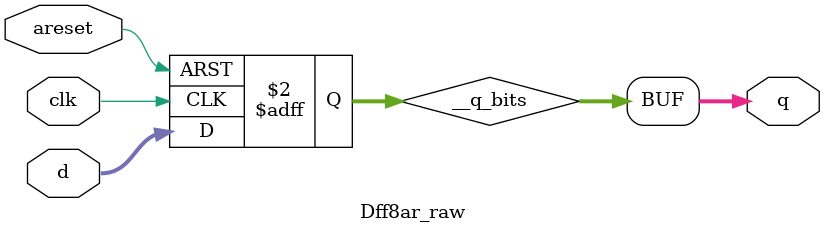
<source format=sv>
module Dff8ar_raw(
  input  wire       clk,
                    areset,
  input  wire [7:0] d,
  output wire [7:0] q
);

  // Variables for output ports
  logic [7:0] __q_bits;

  // @seq update_ff():
  always @(posedge clk or posedge areset) begin
    if (areset)
      __q_bits <= 8'h0;
    else
      __q_bits <= d;
  end // always @(posedge, posedge)

  assign q = __q_bits;
endmodule

</source>
